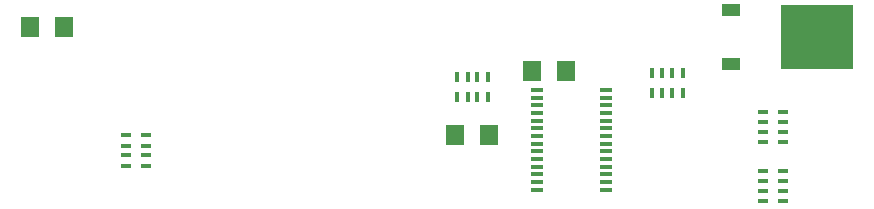
<source format=gbr>
G04 EAGLE Gerber RS-274X export*
G75*
%MOMM*%
%FSLAX34Y34*%
%LPD*%
%INSolderpaste Bottom*%
%IPPOS*%
%AMOC8*
5,1,8,0,0,1.08239X$1,22.5*%
G01*
%ADD10R,0.990600X0.304800*%
%ADD11R,1.600000X1.803000*%
%ADD12R,6.200000X5.400000*%
%ADD13R,1.600000X1.000000*%
%ADD14R,0.900000X0.450000*%
%ADD15R,0.450000X0.900000*%


D10*
X523178Y236250D03*
X523178Y229750D03*
X523178Y223250D03*
X523178Y216750D03*
X523178Y210250D03*
X523178Y203750D03*
X523178Y197250D03*
X523178Y190750D03*
X464822Y190750D03*
X464822Y197250D03*
X464822Y203750D03*
X464822Y210250D03*
X464822Y216750D03*
X464822Y223250D03*
X464822Y229750D03*
X464822Y236250D03*
X523178Y184250D03*
X523178Y177750D03*
X464822Y184250D03*
X464822Y177750D03*
X523178Y171250D03*
X523178Y164750D03*
X523178Y158250D03*
X523178Y151750D03*
X464822Y151750D03*
X464822Y158250D03*
X464822Y164750D03*
X464822Y171250D03*
D11*
X489220Y252000D03*
X460780Y252000D03*
X395780Y198000D03*
X424220Y198000D03*
D12*
X702000Y281000D03*
D13*
X629000Y258200D03*
X629000Y303800D03*
D14*
X673500Y142000D03*
X656500Y142000D03*
X673500Y151000D03*
X673500Y159000D03*
X673500Y168000D03*
X656500Y168000D03*
X656500Y151000D03*
X656500Y159000D03*
X673500Y192000D03*
X656500Y192000D03*
X673500Y201000D03*
X673500Y209000D03*
X673500Y218000D03*
X656500Y218000D03*
X656500Y201000D03*
X656500Y209000D03*
X116500Y198000D03*
X133500Y198000D03*
X116500Y189000D03*
X116500Y181000D03*
X116500Y172000D03*
X133500Y172000D03*
X133500Y189000D03*
X133500Y181000D03*
D15*
X588000Y250500D03*
X588000Y233500D03*
X579000Y250500D03*
X571000Y250500D03*
X562000Y250500D03*
X562000Y233500D03*
X579000Y233500D03*
X571000Y233500D03*
X423000Y247500D03*
X423000Y230500D03*
X414000Y247500D03*
X406000Y247500D03*
X397000Y247500D03*
X397000Y230500D03*
X414000Y230500D03*
X406000Y230500D03*
D11*
X35780Y290000D03*
X64220Y290000D03*
M02*

</source>
